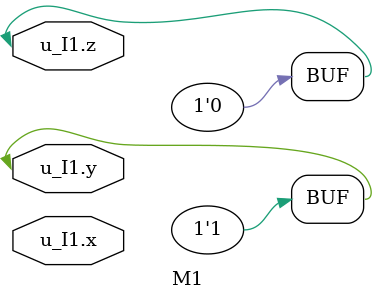
<source format=v>


module M1 ( \u_I1.z , \u_I1.y , \u_I1.x  );
  inout \u_I1.z ,  \u_I1.y ,  \u_I1.x ;

  tri   \*Logic1* ;
  tri   \*Logic0* ;
  assign \u_I1.y  = 1'b1;
  assign \u_I1.z  = 1'b0;

endmodule


</source>
